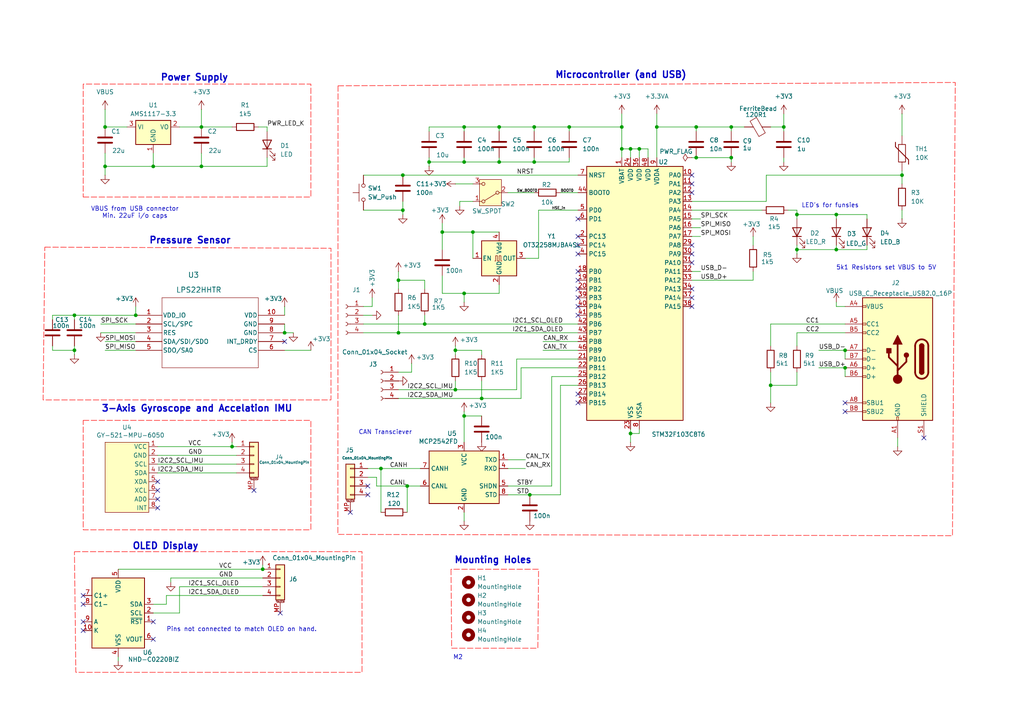
<source format=kicad_sch>
(kicad_sch (version 20250114) (generator "eeschema") (generator_version "9.0")
  (paper "A4")
  (title_block (title "EcoCar Onboarding PCB") (date "2025-09-13") (rev "0.2") (company "EcoCar"))
  (text "Pressure Sensor\n" (at 55.118 69.85 0) (effects (font (size 1.905 1.905) (thickness 0.381) (bold yes))))
  (text "OLED Display\n" (at 48.006 158.496 0) (effects (font (size 1.905 1.905) (thickness 0.381) (bold yes))))
  (text "Mounting Holes" (at 143.002 162.56 0) (effects (font (size 1.905 1.905) (thickness 0.381) (bold yes))))
  (text "Pins not connected to match OLED on hand.\n" (at 70.104 182.626 0) (effects (font (size 1.27 1.27) (thickness 0.1588))))
  (text "Microcontroller (and USB)\n" (at 180.086 21.844 0) (effects (font (size 1.905 1.905) (thickness 0.381) (bold yes))))
  (text "LED's for funsies\n" (at 240.792 59.69 0) (effects (font (size 1.27 1.27))))
  (text "Power Supply\n" (at 56.388 22.606 0) (effects (font (size 1.905 1.905) (thickness 0.381) (bold yes))))
  (text "VBUS from USB connector\nMin. 22uF i/o caps\n" (at 39.116 61.722 0) (effects (font (size 1.27 1.27))))
  (text "M2\n" (at 132.842 190.754 0) (effects (font (size 1.27 1.27) (thickness 0.1588))))
  (text "CAN Transciever" (at 111.76 125.476 0) (effects (font (size 1.27 1.27))))
  (text "3-Axis Gyroscope and Accelation IMU\n\n" (at 57.15 120.142 0) (effects (font (size 1.905 1.905) (thickness 0.381) (bold yes))))
  (text "5k1 Resistors set VBUS to 5V\n" (at 257.048 77.724 0) (effects (font (size 1.27 1.27))))
  (junction (at 144.78 46.99))
  (junction (at 110.49 135.89))
  (junction (at 154.94 46.99))
  (junction (at 132.08 101.6))
  (junction (at 212.09 45.72))
  (junction (at 30.48 36.83))
  (junction (at 21.59 91.44))
  (junction (at 134.62 36.83))
  (junction (at 245.11 106.68))
  (junction (at 242.57 72.39))
  (junction (at 231.14 62.23))
  (junction (at 58.42 48.26))
  (junction (at 30.48 48.26))
  (junction (at 134.62 85.09))
  (junction (at 201.93 45.72))
  (junction (at 115.57 81.28))
  (junction (at 182.88 125.73))
  (junction (at 182.88 43.18))
  (junction (at 134.62 120.65))
  (junction (at 58.42 36.83))
  (junction (at 39.37 91.44))
  (junction (at 128.27 67.31))
  (junction (at 44.45 48.26))
  (junction (at 212.09 36.83))
  (junction (at 261.62 50.8))
  (junction (at 137.16 67.31))
  (junction (at 165.1 36.83))
  (junction (at 124.46 46.99))
  (junction (at 132.08 113.03))
  (junction (at 144.78 36.83))
  (junction (at 242.57 62.23))
  (junction (at 227.33 36.83))
  (junction (at 134.62 46.99))
  (junction (at 118.11 140.97))
  (junction (at 116.84 60.96))
  (junction (at 223.52 111.76))
  (junction (at 201.93 36.83))
  (junction (at 153.67 143.51))
  (junction (at 139.7 115.57))
  (junction (at 154.94 36.83))
  (junction (at 180.34 43.18))
  (junction (at 116.84 50.8))
  (junction (at 82.55 96.52))
  (junction (at 245.11 101.6))
  (junction (at 231.14 72.39))
  (junction (at 190.5 36.83))
  (junction (at 185.42 43.18))
  (junction (at 123.19 93.98))
  (junction (at 76.2 165.1))
  (junction (at 21.59 101.6))
  (junction (at 180.34 36.83))
  (junction (at 67.31 129.54))
  (junction (at 115.57 96.52))
  (no_connect (at 44.45 185.42))
  (no_connect (at 200.66 73.66))
  (no_connect (at 167.64 116.84))
  (no_connect (at 106.68 140.97))
  (no_connect (at 167.64 86.36))
  (no_connect (at 167.64 81.28))
  (no_connect (at 101.6 148.59))
  (no_connect (at 24.13 180.34))
  (no_connect (at 167.64 83.82))
  (no_connect (at 200.66 88.9))
  (no_connect (at 200.66 83.82))
  (no_connect (at 45.72 142.24))
  (no_connect (at 81.28 177.8))
  (no_connect (at 167.64 71.12))
  (no_connect (at 200.66 55.88))
  (no_connect (at 167.64 78.74))
  (no_connect (at 167.64 91.44))
  (no_connect (at 200.66 76.2))
  (no_connect (at 82.55 99.06))
  (no_connect (at 200.66 53.34))
  (no_connect (at 200.66 71.12))
  (no_connect (at 245.11 116.84))
  (no_connect (at 200.66 86.36))
  (no_connect (at 106.68 143.51))
  (no_connect (at 167.64 63.5))
  (no_connect (at 167.64 68.58))
  (no_connect (at 73.66 142.24))
  (no_connect (at 45.72 144.78))
  (no_connect (at 167.64 114.3))
  (no_connect (at 45.72 139.7))
  (no_connect (at 200.66 50.8))
  (no_connect (at 167.64 88.9))
  (no_connect (at 24.13 172.72))
  (no_connect (at 45.72 147.32))
  (no_connect (at 24.13 182.88))
  (no_connect (at 245.11 119.38))
  (no_connect (at 44.45 180.34))
  (no_connect (at 167.64 73.66))
  (no_connect (at 267.97 127))
  (no_connect (at 24.13 175.26))
  (wire (pts (xy 52.07 170.18) (xy 52.07 177.8)))
  (wire (pts (xy 116.84 58.42) (xy 116.84 60.96)))
  (wire (pts (xy 242.57 62.23) (xy 242.57 63.5)))
  (wire (pts (xy 144.78 46.99) (xy 154.94 46.99)))
  (wire (pts (xy 200.66 78.74) (xy 203.2 78.74)))
  (wire (pts (xy 200.66 45.72) (xy 201.93 45.72)))
  (wire (pts (xy 251.46 72.39) (xy 242.57 72.39)))
  (wire (pts (xy 58.42 36.83) (xy 67.31 36.83)))
  (wire (pts (xy 261.62 50.8) (xy 222.25 50.8)))
  (wire (pts (xy 128.27 67.31) (xy 137.16 67.31)))
  (wire (pts (xy 245.11 101.6) (xy 245.11 104.14)))
  (wire (pts (xy 139.7 110.49) (xy 139.7 115.57)))
  (wire (pts (xy 157.48 99.06) (xy 167.64 99.06)))
  (wire (pts (xy 147.32 133.35) (xy 152.4 133.35)))
  (wire (pts (xy 180.34 43.18) (xy 180.34 45.72)))
  (wire (pts (xy 115.57 107.95) (xy 119.38 107.95)))
  (wire (pts (xy 124.46 46.99) (xy 124.46 48.26)))
  (wire (pts (xy 82.55 88.9) (xy 82.55 91.44)))
  (wire (pts (xy 115.57 113.03) (xy 132.08 113.03)))
  (wire (pts (xy 30.48 101.6) (xy 39.37 101.6)))
  (wire (pts (xy 180.34 33.02) (xy 180.34 36.83)))
  (wire (pts (xy 182.88 43.18) (xy 185.42 43.18)))
  (wire (pts (xy 227.33 45.72) (xy 227.33 46.99)))
  (wire (pts (xy 147.32 55.88) (xy 154.94 55.88)))
  (wire (pts (xy 52.07 177.8) (xy 44.45 177.8)))
  (wire (pts (xy 144.78 36.83) (xy 134.62 36.83)))
  (wire (pts (xy 132.08 100.33) (xy 132.08 101.6)))
  (wire (pts (xy 151.13 106.68) (xy 167.64 106.68)))
  (wire (pts (xy 242.57 71.12) (xy 242.57 72.39)))
  (wire (pts (xy 182.88 125.73) (xy 185.42 125.73)))
  (wire (pts (xy 52.07 36.83) (xy 58.42 36.83)))
  (wire (pts (xy 123.19 93.98) (xy 167.64 93.98)))
  (wire (pts (xy 200.66 66.04) (xy 203.2 66.04)))
  (wire (pts (xy 39.37 88.9) (xy 39.37 91.44)))
  (wire (pts (xy 109.22 140.97) (xy 118.11 140.97)))
  (wire (pts (xy 15.24 101.6) (xy 15.24 100.33)))
  (wire (pts (xy 151.13 106.68) (xy 151.13 115.57)))
  (wire (pts (xy 144.78 46.99) (xy 134.62 46.99)))
  (wire (pts (xy 109.22 138.43) (xy 106.68 138.43)))
  (wire (pts (xy 105.41 88.9) (xy 107.95 88.9)))
  (wire (pts (xy 82.55 96.52) (xy 85.09 96.52)))
  (wire (pts (xy 30.48 48.26) (xy 30.48 50.8)))
  (wire (pts (xy 167.64 109.22) (xy 160.02 109.22)))
  (wire (pts (xy 156.21 60.96) (xy 167.64 60.96)))
  (wire (pts (xy 29.21 96.52) (xy 39.37 96.52)))
  (wire (pts (xy 156.21 60.96) (xy 156.21 74.93)))
  (wire (pts (xy 231.14 96.52) (xy 245.11 96.52)))
  (wire (pts (xy 223.52 93.98) (xy 223.52 100.33)))
  (wire (pts (xy 139.7 101.6) (xy 139.7 102.87)))
  (wire (pts (xy 132.08 113.03) (xy 149.86 113.03)))
  (wire (pts (xy 261.62 50.8) (xy 261.62 53.34)))
  (wire (pts (xy 109.22 140.97) (xy 109.22 138.43)))
  (wire (pts (xy 128.27 72.39) (xy 128.27 67.31)))
  (wire (pts (xy 223.52 111.76) (xy 231.14 111.76)))
  (wire (pts (xy 153.67 143.51) (xy 162.56 143.51)))
  (wire (pts (xy 182.88 125.73) (xy 182.88 124.46)))
  (wire (pts (xy 45.72 134.62) (xy 68.58 134.62)))
  (wire (pts (xy 154.94 36.83) (xy 154.94 38.1)))
  (wire (pts (xy 242.57 87.63) (xy 242.57 88.9)))
  (wire (pts (xy 165.1 36.83) (xy 165.1 38.1)))
  (wire (pts (xy 180.34 43.18) (xy 182.88 43.18)))
  (wire (pts (xy 134.62 46.99) (xy 124.46 46.99)))
  (wire (pts (xy 134.62 45.72) (xy 134.62 46.99)))
  (wire (pts (xy 15.24 101.6) (xy 21.59 101.6)))
  (wire (pts (xy 223.52 107.95) (xy 223.52 111.76)))
  (wire (pts (xy 116.84 62.23) (xy 116.84 60.96)))
  (wire (pts (xy 237.49 106.68) (xy 245.11 106.68)))
  (wire (pts (xy 147.32 143.51) (xy 153.67 143.51)))
  (wire (pts (xy 152.4 74.93) (xy 156.21 74.93)))
  (wire (pts (xy 231.14 73.66) (xy 231.14 72.39)))
  (wire (pts (xy 105.41 91.44) (xy 107.95 91.44)))
  (wire (pts (xy 167.64 101.6) (xy 157.48 101.6)))
  (wire (pts (xy 116.84 50.8) (xy 167.64 50.8)))
  (wire (pts (xy 231.14 62.23) (xy 242.57 62.23)))
  (wire (pts (xy 77.47 45.72) (xy 77.47 48.26)))
  (wire (pts (xy 128.27 64.77) (xy 128.27 67.31)))
  (wire (pts (xy 200.66 63.5) (xy 203.2 63.5)))
  (wire (pts (xy 15.24 91.44) (xy 15.24 92.71)))
  (wire (pts (xy 15.24 91.44) (xy 21.59 91.44)))
  (wire (pts (xy 49.53 167.64) (xy 76.2 167.64)))
  (wire (pts (xy 185.42 125.73) (xy 185.42 124.46)))
  (wire (pts (xy 124.46 36.83) (xy 124.46 38.1)))
  (wire (pts (xy 45.72 137.16) (xy 68.58 137.16)))
  (wire (pts (xy 74.93 36.83) (xy 77.47 36.83)))
  (wire (pts (xy 182.88 43.18) (xy 182.88 45.72)))
  (wire (pts (xy 44.45 48.26) (xy 58.42 48.26)))
  (wire (pts (xy 133.35 58.42) (xy 137.16 58.42)))
  (wire (pts (xy 132.08 101.6) (xy 132.08 102.87)))
  (wire (pts (xy 134.62 120.65) (xy 139.7 120.65)))
  (wire (pts (xy 231.14 72.39) (xy 231.14 71.12)))
  (wire (pts (xy 106.68 135.89) (xy 110.49 135.89)))
  (wire (pts (xy 187.96 43.18) (xy 187.96 45.72)))
  (wire (pts (xy 48.26 172.72) (xy 48.26 175.26)))
  (wire (pts (xy 134.62 36.83) (xy 134.62 38.1)))
  (wire (pts (xy 134.62 120.65) (xy 134.62 119.38)))
  (wire (pts (xy 132.08 53.34) (xy 137.16 53.34)))
  (wire (pts (xy 227.33 33.02) (xy 227.33 36.83)))
  (wire (pts (xy 218.44 78.74) (xy 218.44 81.28)))
  (wire (pts (xy 227.33 36.83) (xy 223.52 36.83)))
  (wire (pts (xy 223.52 111.76) (xy 223.52 116.84)))
  (wire (pts (xy 160.02 109.22) (xy 160.02 140.97)))
  (wire (pts (xy 45.72 132.08) (xy 68.58 132.08)))
  (wire (pts (xy 231.14 62.23) (xy 231.14 63.5)))
  (wire (pts (xy 190.5 36.83) (xy 190.5 45.72)))
  (wire (pts (xy 200.66 81.28) (xy 218.44 81.28)))
  (wire (pts (xy 231.14 100.33) (xy 231.14 96.52)))
  (wire (pts (xy 132.08 101.6) (xy 139.7 101.6)))
  (wire (pts (xy 167.64 111.76) (xy 162.56 111.76)))
  (wire (pts (xy 137.16 67.31) (xy 137.16 74.93)))
  (wire (pts (xy 105.41 93.98) (xy 123.19 93.98)))
  (wire (pts (xy 76.2 163.83) (xy 76.2 165.1)))
  (wire (pts (xy 58.42 44.45) (xy 58.42 48.26)))
  (wire (pts (xy 223.52 93.98) (xy 245.11 93.98)))
  (wire (pts (xy 132.08 110.49) (xy 132.08 113.03)))
  (wire (pts (xy 144.78 82.55) (xy 144.78 85.09)))
  (wire (pts (xy 44.45 44.45) (xy 44.45 48.26)))
  (wire (pts (xy 119.38 105.41) (xy 119.38 107.95)))
  (wire (pts (xy 201.93 36.83) (xy 201.93 38.1)))
  (wire (pts (xy 212.09 36.83) (xy 215.9 36.83)))
  (wire (pts (xy 149.86 104.14) (xy 167.64 104.14)))
  (wire (pts (xy 21.59 101.6) (xy 21.59 100.33)))
  (wire (pts (xy 128.27 85.09) (xy 134.62 85.09)))
  (wire (pts (xy 115.57 115.57) (xy 139.7 115.57)))
  (wire (pts (xy 105.41 60.96) (xy 116.84 60.96)))
  (wire (pts (xy 261.62 33.02) (xy 261.62 39.37)))
  (wire (pts (xy 228.6 60.96) (xy 231.14 60.96)))
  (wire (pts (xy 190.5 36.83) (xy 201.93 36.83)))
  (wire (pts (xy 165.1 36.83) (xy 154.94 36.83)))
  (wire (pts (xy 251.46 62.23) (xy 251.46 63.5)))
  (wire (pts (xy 261.62 49.53) (xy 261.62 50.8)))
  (wire (pts (xy 21.59 102.87) (xy 21.59 101.6)))
  (wire (pts (xy 105.41 50.8) (xy 116.84 50.8)))
  (wire (pts (xy 34.29 165.1) (xy 76.2 165.1)))
  (wire (pts (xy 34.29 190.5) (xy 34.29 191.77)))
  (wire (pts (xy 137.16 67.31) (xy 144.78 67.31)))
  (wire (pts (xy 251.46 71.12) (xy 251.46 72.39)))
  (wire (pts (xy 110.49 135.89) (xy 121.92 135.89)))
  (wire (pts (xy 115.57 83.82) (xy 115.57 81.28)))
  (wire (pts (xy 185.42 43.18) (xy 185.42 45.72)))
  (wire (pts (xy 144.78 36.83) (xy 154.94 36.83)))
  (wire (pts (xy 231.14 60.96) (xy 231.14 62.23)))
  (wire (pts (xy 105.41 96.52) (xy 115.57 96.52)))
  (wire (pts (xy 190.5 33.02) (xy 190.5 36.83)))
  (wire (pts (xy 58.42 31.75) (xy 58.42 36.83)))
  (wire (pts (xy 123.19 81.28) (xy 115.57 81.28)))
  (wire (pts (xy 21.59 91.44) (xy 39.37 91.44)))
  (wire (pts (xy 260.35 127) (xy 260.35 129.54)))
  (wire (pts (xy 162.56 55.88) (xy 167.64 55.88)))
  (wire (pts (xy 222.25 58.42) (xy 200.66 58.42)))
  (wire (pts (xy 82.55 101.6) (xy 90.17 101.6)))
  (wire (pts (xy 118.11 140.97) (xy 121.92 140.97)))
  (wire (pts (xy 231.14 107.95) (xy 231.14 111.76)))
  (wire (pts (xy 107.95 86.36) (xy 107.95 88.9)))
  (wire (pts (xy 115.57 91.44) (xy 115.57 96.52)))
  (wire (pts (xy 144.78 45.72) (xy 144.78 46.99)))
  (wire (pts (xy 110.49 135.89) (xy 110.49 148.59)))
  (wire (pts (xy 165.1 46.99) (xy 154.94 46.99)))
  (wire (pts (xy 201.93 36.83) (xy 212.09 36.83)))
  (wire (pts (xy 144.78 36.83) (xy 144.78 38.1)))
  (wire (pts (xy 115.57 78.74) (xy 115.57 81.28)))
  (wire (pts (xy 212.09 45.72) (xy 212.09 46.99)))
  (wire (pts (xy 134.62 151.13) (xy 134.62 148.59)))
  (wire (pts (xy 115.57 96.52) (xy 167.64 96.52)))
  (wire (pts (xy 30.48 36.83) (xy 36.83 36.83)))
  (wire (pts (xy 49.53 167.64) (xy 49.53 168.91)))
  (wire (pts (xy 134.62 120.65) (xy 134.62 128.27)))
  (wire (pts (xy 261.62 60.96) (xy 261.62 63.5)))
  (wire (pts (xy 134.62 85.09) (xy 144.78 85.09)))
  (wire (pts (xy 227.33 36.83) (xy 227.33 38.1)))
  (wire (pts (xy 67.31 128.27) (xy 67.31 129.54)))
  (wire (pts (xy 68.58 129.54) (xy 67.31 129.54)))
  (wire (pts (xy 30.48 48.26) (xy 44.45 48.26)))
  (wire (pts (xy 185.42 43.18) (xy 187.96 43.18)))
  (wire (pts (xy 118.11 140.97) (xy 118.11 148.59)))
  (wire (pts (xy 180.34 36.83) (xy 180.34 43.18)))
  (wire (pts (xy 182.88 125.73) (xy 182.88 128.27)))
  (wire (pts (xy 180.34 36.83) (xy 165.1 36.83)))
  (wire (pts (xy 30.48 44.45) (xy 30.48 48.26)))
  (wire (pts (xy 154.94 45.72) (xy 154.94 46.99)))
  (wire (pts (xy 123.19 91.44) (xy 123.19 93.98)))
  (wire (pts (xy 162.56 111.76) (xy 162.56 143.51)))
  (wire (pts (xy 67.31 129.54) (xy 45.72 129.54)))
  (wire (pts (xy 242.57 72.39) (xy 231.14 72.39)))
  (wire (pts (xy 222.25 50.8) (xy 222.25 58.42)))
  (wire (pts (xy 200.66 60.96) (xy 220.98 60.96)))
  (wire (pts (xy 147.32 135.89) (xy 152.4 135.89)))
  (wire (pts (xy 77.47 36.83) (xy 77.47 38.1)))
  (wire (pts (xy 128.27 80.01) (xy 128.27 85.09)))
  (wire (pts (xy 237.49 101.6) (xy 245.11 101.6)))
  (wire (pts (xy 165.1 45.72) (xy 165.1 46.99)))
  (wire (pts (xy 82.55 93.98) (xy 82.55 96.52)))
  (wire (pts (xy 29.21 93.98) (xy 39.37 93.98)))
  (wire (pts (xy 200.66 68.58) (xy 203.2 68.58)))
  (wire (pts (xy 245.11 106.68) (xy 245.11 109.22)))
  (wire (pts (xy 134.62 36.83) (xy 124.46 36.83)))
  (wire (pts (xy 134.62 85.09) (xy 134.62 87.63)))
  (wire (pts (xy 133.35 59.69) (xy 133.35 58.42)))
  (wire (pts (xy 30.48 31.75) (xy 30.48 36.83)))
  (wire (pts (xy 123.19 83.82) (xy 123.19 81.28)))
  (wire (pts (xy 139.7 115.57) (xy 151.13 115.57)))
  (wire (pts (xy 48.26 172.72) (xy 76.2 172.72)))
  (wire (pts (xy 77.47 48.26) (xy 58.42 48.26)))
  (wire (pts (xy 212.09 36.83) (xy 212.09 38.1)))
  (wire (pts (xy 21.59 91.44) (xy 21.59 92.71)))
  (wire (pts (xy 218.44 68.58) (xy 218.44 71.12)))
  (wire (pts (xy 201.93 45.72) (xy 212.09 45.72)))
  (wire (pts (xy 52.07 170.18) (xy 76.2 170.18)))
  (wire (pts (xy 242.57 62.23) (xy 251.46 62.23)))
  (wire (pts (xy 30.48 99.06) (xy 39.37 99.06)))
  (wire (pts (xy 242.57 88.9) (xy 245.11 88.9)))
  (wire (pts (xy 147.32 140.97) (xy 160.02 140.97)))
  (wire (pts (xy 149.86 113.03) (xy 149.86 104.14)))
  (wire (pts (xy 48.26 175.26) (xy 44.45 175.26)))
  (wire (pts (xy 124.46 45.72) (xy 124.46 46.99)))
  (label "SPI_SCK" (at 29.21 93.98 0))
  (label "CANH" (at 113.03 135.89 0))
  (label "GND" (at 54.61 132.08 0))
  (label "SPI_MOSI" (at 203.2 68.58 0))
  (label "CC1" (at 233.68 93.98 0))
  (label "I2C2_SCL_IMU" (at 45.72 134.62 0))
  (label "CAN_RX" (at 152.4 135.89 0))
  (label "CC2" (at 233.68 96.52 0))
  (label "USB_D+" (at 203.2 81.28 0))
  (label "USB_D-" (at 237.49 101.6 0))
  (label "CAN_RX" (at 157.48 99.06 0))
  (label "PWR_LED_K" (at 77.47 36.83 0))
  (label "SPI_MISO" (at 30.48 101.6 0))
  (label "GND" (at 63.5 167.64 0))
  (label "I2C1_SDA_OLED" (at 148.59 96.52 0))
  (label "SPI_MISO" (at 203.2 66.04 0))
  (label "CAN_TX" (at 157.48 101.6 0))
  (label "I2C1_SDA_OLED" (at 54.61 172.72 0))
  (label "I2C2_SCL_IMU" (at 118.11 113.03 0))
  (label "USB_D-" (at 203.2 78.74 0))
  (label "CAN_TX" (at 152.4 133.35 0))
  (label "HSE_in" (at 160.02 60.96 0) (effects (font (size 0.762 0.762))))
  (label "I2C2_SDA_IMU" (at 45.72 137.16 0))
  (label "STD" (at 149.86 143.51 0))
  (label "SPI_MOSI" (at 30.48 99.06 0))
  (label "USB_D+" (at 237.49 106.68 0))
  (label "CANL" (at 113.03 140.97 0))
  (label "BOOT0" (at 162.56 55.88 0) (effects (font (size 0.762 0.762))))
  (label "SW_BOOT0" (at 149.86 55.88 0) (effects (font (size 0.762 0.762))))
  (label "I2C1_SCL_OLED" (at 148.59 93.98 0))
  (label "I2C1_SCL_OLED" (at 54.61 170.18 0))
  (label "VCC" (at 63.5 165.1 0))
  (label "VCC" (at 54.61 129.54 0))
  (label "NRST" (at 149.86 50.8 0))
  (label "SPI_SCK" (at 203.2 63.5 0))
  (label "STBY" (at 149.86 140.97 0))
  (label "I2C2_SDA_IMU" (at 118.11 115.57 0))
  (rule_area (polyline (pts (xy 24.13 57.15) (xy 90.17 57.15) (xy 90.17 24.384) (xy 24.13 24.384)) (stroke (width 0) (type dash))))
  (rule_area (polyline (pts (xy 13 71.68) (xy 96 72) (xy 96 116) (xy 12.5 116)) (stroke (width 0) (type dash))))
  (rule_area (polyline (pts (xy 98.0422 24.8934) (xy 277.064 23.914) (xy 276.2569 155.3832) (xy 98 155)) (stroke (width 0) (type dash))))
  (rule_area (polyline (pts (xy 24.13 121.92) (xy 90.17 121.92) (xy 90.17 153.67) (xy 24.13 153.67)) (stroke (width 0) (type dash))))
  (rule_area (polyline (pts (xy 21.59 160.02) (xy 105 160) (xy 105 195) (xy 22 195)) (stroke (width 0) (type dash))))
  (rule_area (polyline (pts (xy 130.81 165.1) (xy 131 188) (xy 156 188) (xy 156.21 165.1)) (stroke (width 0) (type dash))))
  (symbol (lib_id "Device:C") (at 165.1 41.91 0) (unit 1)
    (property "Reference" "C7" (at 168.91 40.6399 0) (effects (justify left)))
    (property "Value" "100n" (at 168.91 43.1799 0) (effects (justify left)))
    (property "Footprint" "Capacitor_SMD:C_0805_2012Metric_Pad1.18x1.45mm_HandSolder" (effects (hide yes)))
    (property "Description" "Unpolarized capacitor" (effects (hide yes)))
  )
  (symbol (lib_id "power:GND") (at 21.59 102.87 0) (unit 1)
    (property "Reference" "#PWR029" (effects (hide yes)))
    (property "Value" "GND" (effects (hide yes)))
    (property "Description" "Power symbol creates a global label with name \"GND\" , ground" (effects (hide yes)))
  )
  (symbol (lib_id "Device:Thermistor") (at 261.62 44.45 0) (unit 1)
    (property "Reference" "TH1" (at 265.43 43.1799 0) (effects (justify left)))
    (property "Value" "10K" (at 265.43 45.7199 0) (effects (justify left)))
    (property "Footprint" "LED_THT:LED_D4.0mm" (effects (hide yes)))
    (property "Description" "Temperature dependent resistor" (effects (hide yes)))
  )
  (symbol (lib_id "MCU_ST_STM32F1:STM32F103C8Tx") (at 182.88 86.36 0) (unit 1)
    (property "Reference" "U2" (at 191.008 46.99 0) (effects (justify left)))
    (property "Value" "STM32F103C8T6" (at 188.976 125.984 0) (effects (justify left)))
    (property "Footprint" "Package_QFP:LQFP-48_7x7mm_P0.5mm" (effects (hide yes)))
    (property "Datasheet" "https://www.st.com/resource/en/datasheet/stm32f103c8.pdf" (effects (hide yes)))
    (property "Description" "STMicroelectronics Arm Cortex-M3 MCU, 64KB flash, 20KB RAM, 72 MHz, 2.0-3.6V, 37 GPIO, LQFP48" (effects (hide yes)))
  )
  (symbol (lib_id "Device:LED") (at 251.46 67.31 90) (unit 1)
    (property "Reference" "D4" (at 255.27 67.6274 90) (effects (justify right)))
    (property "Value" "LED_B" (at 255.27 70.1674 90) (effects (justify right)))
    (property "Footprint" "LED_SMD:LED_0603_1608Metric_Pad1.05x0.95mm_HandSolder" (effects (hide yes)))
    (property "Description" "Light emitting diode" (effects (hide yes)))
    (property "Sim.Pins" "1=K 2=A" (effects (hide yes)))
  )
  (symbol (lib_id "power:GND") (at 260.35 129.54 0) (unit 1)
    (property "Reference" "#PWR036" (effects (hide yes)))
    (property "Value" "GND" (effects (hide yes)))
    (property "Description" "Power symbol creates a global label with name \"GND\" , ground" (effects (hide yes)))
  )
  (symbol (lib_id "power:GND") (at 134.62 87.63 0) (unit 1)
    (property "Reference" "#PWR020" (effects (hide yes)))
    (property "Value" "GND" (effects (hide yes)))
    (property "Description" "Power symbol creates a global label with name \"GND\" , ground" (effects (hide yes)))
  )
  (symbol (lib_id "Connector:USB_C_Receptacle_USB2.0_16P") (at 260.35 104.14 0) (mirror y) (unit 1)
    (property "Reference" "J2" (at 258.572 82.042 0) (effects (justify right)))
    (property "Value" "USB_C_Receptacle_USB2.0_16P" (at 246.126 85.09 0) (effects (justify right)))
    (property "Footprint" "Connector_USB:USB_C_Receptacle_Palconn_UTC16-G" (effects (hide yes)))
    (property "Datasheet" "https://www.usb.org/sites/default/files/documents/usb_type-c.zip" (effects (hide yes)))
    (property "Description" "USB 2.0-only 16P Type-C Receptacle connector" (effects (hide yes)))
  )
  (symbol (lib_id "Device:C") (at 212.09 41.91 0) (unit 1)
    (property "Reference" "C9" (at 215.392 40.894 0) (effects (justify left)))
    (property "Value" "1u" (at 215.392 42.926 0) (effects (justify left)))
    (property "Footprint" "Capacitor_SMD:C_0805_2012Metric_Pad1.18x1.45mm_HandSolder" (effects (hide yes)))
    (property "Description" "Unpolarized capacitor" (effects (hide yes)))
  )
  (symbol (lib_id "power:GND") (at 85.09 96.52 0) (unit 1)
    (property "Reference" "#PWR026" (effects (hide yes)))
    (property "Value" "GND" (effects (hide yes)))
    (property "Description" "Power symbol creates a global label with name \"GND\" , ground" (effects (hide yes)))
  )
  (symbol (lib_id "Connector_Generic_MountingPin:Conn_01x04_MountingPin") (at 73.66 132.08 0) (unit 1)
    (property "Reference" "J4" (at 79.756 132.588 0) (effects (justify left)))
    (property "Value" "Conn_01x04_MountingPin" (at 75.184 134.112 0) (effects (font (size 0.762 0.762)) (justify left)))
    (property "Description" "Generic connectable mounting pin connector, single row, 01x04, script generated (kicad-library-utils/schlib/autogen/connector/)" (effects (hide yes)))
  )
  (symbol (lib_id "Mechanical:MountingHole") (at 135.89 168.91 0) (unit 1) (in_bom no)
    (property "Reference" "H1" (at 138.43 167.6399 0) (effects (justify left)))
    (property "Value" "MountingHole" (at 138.43 170.1799 0) (effects (justify left)))
    (property "Footprint" "MountingHole:MountingHole_2.2mm_M2" (effects (hide yes)))
    (property "Description" "Mounting Hole without connection" (effects (hide yes)))
  )
  (symbol (lib_id "Device:R") (at 158.75 55.88 90) (unit 1)
    (property "Reference" "R2" (at 158.496 53.594 90))
    (property "Value" "10k" (at 158.75 58.674 90))
    (property "Footprint" "Resistor_SMD:R_0805_2012Metric_Pad1.20x1.40mm_HandSolder" (effects (hide yes)))
    (property "Description" "Resistor" (effects (hide yes)))
  )
  (symbol (lib_id "power:GND") (at 107.95 91.44 90) (unit 1)
    (property "Reference" "#PWR024" (effects (hide yes)))
    (property "Value" "GND" (effects (hide yes)))
    (property "Description" "Power symbol creates a global label with name \"GND\" , ground" (effects (hide yes)))
  )
  (symbol (lib_id "Device:R") (at 115.57 87.63 0) (unit 1)
    (property "Reference" "R6" (at 118.11 86.3599 0) (effects (justify left)))
    (property "Value" "1K5" (at 118.11 88.8999 0) (effects (justify left)))
    (property "Footprint" "Resistor_SMD:R_0805_2012Metric_Pad1.20x1.40mm_HandSolder" (effects (hide yes)))
    (property "Description" "Resistor" (effects (hide yes)))
  )
  (symbol (lib_id "power:GND") (at 139.7 128.27 0) (unit 1)
    (property "Reference" "#PWR042" (effects (hide yes)))
    (property "Value" "GND" (effects (hide yes)))
    (property "Description" "Power symbol creates a global label with name \"GND\" , ground" (effects (hide yes)))
  )
  (symbol (lib_id "power:+3V3") (at 218.44 68.58 0) (unit 1)
    (property "Reference" "#PWR016" (effects (hide yes)))
    (property "Value" "+3V3" (at 217.932 65.024 0))
    (property "Description" "Power symbol creates a global label with name \"+3V3\"" (effects (hide yes)))
  )
  (symbol (lib_id "power:+3V3") (at 134.62 119.38 0) (unit 1)
    (property "Reference" "#PWR033" (effects (hide yes)))
    (property "Value" "+3V3" (at 135.89 117.602 0) (effects (justify left)))
    (property "Description" "Power symbol creates a global label with name \"+3V3\"" (effects (hide yes)))
  )
  (symbol (lib_id "Switch:SW_SPDT") (at 142.24 55.88 180) (unit 1)
    (property "Reference" "SW2" (at 147.32 59.182 0))
    (property "Value" "SW_SPDT" (at 141.224 61.214 0))
    (property "Footprint" "Button_Switch_SMD:SW_SPDT_CK_JS102011SAQN" (effects (hide yes)))
    (property "Description" "Switch, single pole double throw" (effects (hide yes)))
  )
  (symbol (lib_id "Device:C") (at 134.62 41.91 0) (unit 1)
    (property "Reference" "C4" (at 138.43 40.6399 0) (effects (justify left)))
    (property "Value" "100n" (at 138.43 43.1799 0) (effects (justify left)))
    (property "Footprint" "Capacitor_SMD:C_0805_2012Metric_Pad1.18x1.45mm_HandSolder" (effects (hide yes)))
    (property "Description" "Unpolarized capacitor" (effects (hide yes)))
  )
  (symbol (lib_id "power:PWR_FLAG") (at 200.66 45.72 90) (unit 1)
    (property "Reference" "#FLG01" (effects (hide yes)))
    (property "Value" "PWR_FLAG" (at 200.914 43.942 90) (effects (justify left)))
    (property "Description" "Special symbol for telling ERC where power comes from" (effects (hide yes)))
  )
  (symbol (lib_id "power:GND") (at 261.62 63.5 0) (unit 1)
    (property "Reference" "#PWR014" (effects (hide yes)))
    (property "Value" "GND" (effects (hide yes)))
    (property "Description" "Power symbol creates a global label with name \"GND\" , ground" (effects (hide yes)))
  )
  (symbol (lib_id "power:GND") (at 182.88 128.27 0) (unit 1)
    (property "Reference" "#PWR035" (effects (hide yes)))
    (property "Value" "GND" (effects (hide yes)))
    (property "Description" "Power symbol creates a global label with name \"GND\" , ground" (effects (hide yes)))
  )
  (symbol (lib_id "Device:R") (at 139.7 106.68 0) (unit 1)
    (property "Reference" "R11" (at 142.24 105.4099 0) (effects (justify left)))
    (property "Value" "1K5" (at 142.24 107.9499 0) (effects (justify left)))
    (property "Footprint" "Resistor_SMD:R_0805_2012Metric_Pad1.20x1.40mm_HandSolder" (effects (hide yes)))
    (property "Description" "Resistor" (effects (hide yes)))
  )
  (symbol (lib_id "power:GND") (at 231.14 73.66 0) (unit 1)
    (property "Reference" "#PWR017" (effects (hide yes)))
    (property "Value" "GND" (effects (hide yes)))
    (property "Description" "Power symbol creates a global label with name \"GND\" , ground" (effects (hide yes)))
  )
  (symbol (lib_id "power:VBUS") (at 30.48 31.75 0) (unit 1)
    (property "Reference" "#PWR01" (effects (hide yes)))
    (property "Value" "VBUS" (at 30.48 26.67 0))
    (property "Description" "Power symbol creates a global label with name \"VBUS\"" (effects (hide yes)))
  )
  (symbol (lib_id "power:GND") (at 115.57 110.49 90) (unit 1)
    (property "Reference" "#PWR031" (effects (hide yes)))
    (property "Value" "GND" (effects (hide yes)))
    (property "Description" "Power symbol creates a global label with name \"GND\" , ground" (effects (hide yes)))
  )
  (symbol (lib_id "power:+3V3") (at 67.31 128.27 0) (unit 1)
    (property "Reference" "#PWR034" (effects (hide yes)))
    (property "Value" "+3V3" (at 64.008 125.984 0))
    (property "Description" "Power symbol creates a global label with name \"+3V3\"" (effects (hide yes)))
  )
  (symbol (lib_id "Mechanical:MountingHole") (at 135.89 173.99 0) (unit 1) (in_bom no)
    (property "Reference" "H2" (at 138.43 172.7199 0) (effects (justify left)))
    (property "Value" "MountingHole" (at 138.43 175.2599 0) (effects (justify left)))
    (property "Footprint" "MountingHole:MountingHole_2.2mm_M2" (effects (hide yes)))
    (property "Description" "Mounting Hole without connection" (effects (hide yes)))
  )
  (symbol (lib_id "power:GND") (at 212.09 46.99 0) (unit 1)
    (property "Reference" "#PWR07" (effects (hide yes)))
    (property "Value" "GND" (effects (hide yes)))
    (property "Description" "Power symbol creates a global label with name \"GND\" , ground" (effects (hide yes)))
  )
  (symbol (lib_id "power:GND") (at 34.29 191.77 0) (unit 1)
    (property "Reference" "#PWR041" (effects (hide yes)))
    (property "Value" "GND" (effects (hide yes)))
    (property "Description" "Power symbol creates a global label with name \"GND\" , ground" (effects (hide yes)))
  )
  (symbol (lib_id "Mechanical:MountingHole") (at 135.89 184.15 0) (unit 1) (in_bom no)
    (property "Reference" "H4" (at 138.43 182.8799 0) (effects (justify left)))
    (property "Value" "MountingHole" (at 138.43 185.4199 0) (effects (justify left)))
    (property "Footprint" "MountingHole:MountingHole_2.2mm_M2" (effects (hide yes)))
    (property "Description" "Mounting Hole without connection" (effects (hide yes)))
  )
  (symbol (lib_id "power:+3V3") (at 115.57 78.74 0) (unit 1)
    (property "Reference" "#PWR018" (effects (hide yes)))
    (property "Value" "+3V3" (at 116.84 76.962 0) (effects (justify left)))
    (property "Description" "Power symbol creates a global label with name \"+3V3\"" (effects (hide yes)))
  )
  (symbol (lib_id "Mechanical:MountingHole") (at 135.89 179.07 0) (unit 1) (in_bom no)
    (property "Reference" "H3" (at 138.43 177.7999 0) (effects (justify left)))
    (property "Value" "MountingHole" (at 138.43 180.3399 0) (effects (justify left)))
    (property "Footprint" "MountingHole:MountingHole_2.2mm_M2" (effects (hide yes)))
    (property "Description" "Mounting Hole without connection" (effects (hide yes)))
  )
  (symbol (lib_id "power:+3.3VA") (at 190.5 33.02 0) (unit 1)
    (property "Reference" "#PWR04" (effects (hide yes)))
    (property "Value" "+3.3VA" (at 190.5 27.94 0))
    (property "Description" "Power symbol creates a global label with name \"+3.3VA\"" (effects (hide yes)))
  )
  (symbol (lib_id "power:GND") (at 116.84 62.23 0) (unit 1)
    (property "Reference" "#PWR013" (effects (hide yes)))
    (property "Value" "GND" (effects (hide yes)))
    (property "Description" "Power symbol creates a global label with name \"GND\" , ground" (effects (hide yes)))
  )
  (symbol (lib_id "power:+3V3") (at 128.27 64.77 0) (unit 1)
    (property "Reference" "#PWR015" (effects (hide yes)))
    (property "Value" "+3V3" (at 124.968 60.96 0) (effects (justify left)))
    (property "Description" "Power symbol creates a global label with name \"+3V3\"" (effects (hide yes)))
  )
  (symbol (lib_id "Regulator_Linear:AMS1117-3.3") (at 44.45 36.83 0) (unit 1)
    (property "Reference" "U1" (at 44.45 30.48 0))
    (property "Value" "AMS1117-3.3" (at 44.45 33.02 0))
    (property "Footprint" "Package_TO_SOT_SMD:SOT-223-3_TabPin2" (effects (hide yes)))
    (property "Datasheet" "http://www.advanced-monolithic.com/pdf/ds1117.pdf" (effects (hide yes)))
    (property "Description" "1A Low Dropout regulator, positive, 3.3V fixed output, SOT-223" (effects (hide yes)))
  )
  (symbol (lib_id "power:GND") (at 133.35 59.69 0) (unit 1)
    (property "Reference" "#PWR012" (effects (hide yes)))
    (property "Value" "GND" (effects (hide yes)))
    (property "Description" "Power symbol creates a global label with name \"GND\" , ground" (effects (hide yes)))
  )
  (symbol (lib_id "Device:R") (at 218.44 74.93 0) (unit 1)
    (property "Reference" "R5" (at 221.234 73.914 0) (effects (justify left)))
    (property "Value" "1k5" (at 220.726 75.946 0) (effects (justify left)))
    (property "Footprint" "Resistor_SMD:R_0805_2012Metric_Pad1.20x1.40mm_HandSolder" (effects (hide yes)))
    (property "Description" "Resistor" (effects (hide yes)))
  )
  (symbol (lib_id "Device:LED") (at 242.57 67.31 90) (unit 1)
    (property "Reference" "D3" (at 245.618 67.818 90) (effects (justify right)))
    (property "Value" "LED_G" (at 245.364 70.612 90) (effects (justify right)))
    (property "Footprint" "LED_SMD:LED_0603_1608Metric_Pad1.05x0.95mm_HandSolder" (effects (hide yes)))
    (property "Description" "Light emitting diode" (effects (hide yes)))
    (property "Sim.Pins" "1=K 2=A" (effects (hide yes)))
  )
  (symbol (lib_id "Device:R") (at 224.79 60.96 270) (unit 1)
    (property "Reference" "R4" (at 224.536 63.5 90))
    (property "Value" "1k5" (at 224.536 65.786 90))
    (property "Footprint" "Resistor_SMD:R_0805_2012Metric_Pad1.20x1.40mm_HandSolder" (effects (hide yes)))
    (property "Description" "Resistor" (effects (hide yes)))
  )
  (symbol (lib_id "Device:FerriteBead") (at 219.71 36.83 270) (mirror x) (unit 1)
    (property "Reference" "120R1" (at 216.154 33.274 90) (effects (justify left)))
    (property "Value" "FerriteBead" (at 214.376 31.496 90) (effects (justify left)))
    (property "Footprint" "Ferrite_THT:LairdTech_28C0236-0JW-10" (effects (hide yes)))
    (property "Description" "Ferrite bead" (effects (hide yes)))
  )
  (symbol (lib_id "power:+3V3") (at 107.95 86.36 0) (unit 1)
    (property "Reference" "#PWR019" (effects (hide yes)))
    (property "Value" "+3V3" (at 107.95 83.312 90) (effects (justify left)))
    (property "Description" "Power symbol creates a global label with name \"+3V3\"" (effects (hide yes)))
  )
  (symbol (lib_id "Device:R") (at 132.08 106.68 0) (unit 1)
    (property "Reference" "R10" (at 134.62 105.4099 0) (effects (justify left)))
    (property "Value" "1K5" (at 134.62 107.9499 0) (effects (justify left)))
    (property "Footprint" "Resistor_SMD:R_0805_2012Metric_Pad1.20x1.40mm_HandSolder" (effects (hide yes)))
    (property "Description" "Resistor" (effects (hide yes)))
  )
  (symbol (lib_id "Device:C") (at 15.24 96.52 0) (unit 1)
    (property "Reference" "C13" (at 16.002 92.71 0) (effects (justify left)))
    (property "Value" "100n" (at 15.24 94.488 0) (effects (justify left)))
    (property "Footprint" "Capacitor_SMD:C_0805_2012Metric_Pad1.18x1.45mm_HandSolder" (effects (hide yes)))
    (property "Description" "Unpolarized capacitor" (effects (hide yes)))
  )
  (symbol (lib_id "power:GND") (at 153.67 151.13 0) (unit 1)
    (property "Reference" "#PWR038" (effects (hide yes)))
    (property "Value" "GND" (effects (hide yes)))
    (property "Description" "Power symbol creates a global label with name \"GND\" , ground" (effects (hide yes)))
  )
  (symbol (lib_id "Device:R") (at 123.19 87.63 0) (unit 1)
    (property "Reference" "R7" (at 125.73 87.376 0) (effects (justify left)))
    (property "Value" "1K5" (at 125.222 89.154 0) (effects (justify left)))
    (property "Footprint" "Resistor_SMD:R_0805_2012Metric_Pad1.20x1.40mm_HandSolder" (effects (hide yes)))
    (property "Description" "Resistor" (effects (hide yes)))
  )
  (symbol (lib_id "power:GND") (at 134.62 151.13 0) (unit 1)
    (property "Reference" "#PWR037" (effects (hide yes)))
    (property "Value" "GND" (effects (hide yes)))
    (property "Description" "Power symbol creates a global label with name \"GND\" , ground" (effects (hide yes)))
  )
  (symbol (lib_id "power:+3V3") (at 132.08 100.33 0) (unit 1)
    (property "Reference" "#PWR027" (effects (hide yes)))
    (property "Value" "+3V3" (at 133.35 98.552 0) (effects (justify left)))
    (property "Description" "Power symbol creates a global label with name \"+3V3\"" (effects (hide yes)))
  )
  (symbol (lib_id "Connector:Conn_01x04_Socket") (at 110.49 110.49 0) (mirror y) (unit 1)
    (property "Reference" "J3" (at 108.204 105.664 0))
    (property "Value" "Conn_01x04_Socket" (at 108.712 102.108 0))
    (property "Footprint" "Connector_Pin:Conn_01x04_pin" (effects (hide yes)))
    (property "Description" "Generic connector, single row, 01x04, script generated" (effects (hide yes)))
  )
  (symbol (lib_id "Device:C") (at 227.33 41.91 0) (unit 1)
    (property "Reference" "C10" (at 231.14 40.6399 0) (effects (justify left)))
    (property "Value" "1u" (at 231.14 43.1799 0) (effects (justify left)))
    (property "Footprint" "Capacitor_SMD:C_0805_2012Metric_Pad1.18x1.45mm_HandSolder" (effects (hide yes)))
    (property "Description" "Unpolarized capacitor" (effects (hide yes)))
  )
  (symbol (lib_id "power:GND") (at 124.46 48.26 0) (unit 1)
    (property "Reference" "#PWR09" (effects (hide yes)))
    (property "Value" "GND" (effects (hide yes)))
    (property "Description" "Power symbol creates a global label with name \"GND\" , ground" (effects (hide yes)))
  )
  (symbol (lib_id "Connector_Generic_MountingPin:Conn_01x04_MountingPin") (at 101.6 138.43 0) (mirror y) (unit 1)
    (property "Reference" "J5" (at 102.616 130.556 0) (effects (justify left)))
    (property "Value" "Conn_01x04_MountingPin" (at 113.792 132.842 0) (effects (font (size 0.762 0.762)) (justify left)))
    (property "Description" "Generic connectable mounting pin connector, single row, 01x04, script generated (kicad-library-utils/schlib/autogen/connector/)" (effects (hide yes)))
  )
  (symbol (lib_id "Device:LED") (at 231.14 67.31 90) (unit 1)
    (property "Reference" "D2" (at 234.95 67.6274 90) (effects (justify right)))
    (property "Value" "LED_R" (at 233.68 70.104 90) (effects (justify right)))
    (property "Footprint" "LED_SMD:LED_0603_1608Metric_Pad1.05x0.95mm_HandSolder" (effects (hide yes)))
    (property "Description" "Light emitting diode" (effects (hide yes)))
    (property "Sim.Pins" "1=K 2=A" (effects (hide yes)))
  )
  (symbol (lib_id "power:GND") (at 223.52 116.84 0) (unit 1)
    (property "Reference" "#PWR032" (effects (hide yes)))
    (property "Value" "GND" (effects (hide yes)))
    (property "Description" "Power symbol creates a global label with name \"GND\" , ground" (effects (hide yes)))
  )
  (symbol (lib_id "Device:C") (at 201.93 41.91 0) (unit 1)
    (property "Reference" "C8" (at 205.74 40.6399 0) (effects (justify left)))
    (property "Value" "10n" (at 205.74 43.1799 0) (effects (justify left)))
    (property "Footprint" "Capacitor_SMD:C_0805_2012Metric_Pad1.18x1.45mm_HandSolder" (effects (hide yes)))
    (property "Description" "Unpolarized capacitor" (effects (hide yes)))
  )
  (symbol (lib_id "power:+3V3") (at 119.38 105.41 0) (unit 1)
    (property "Reference" "#PWR030" (effects (hide yes)))
    (property "Value" "+3V3" (at 120.65 103.632 0) (effects (justify left)))
    (property "Description" "Power symbol creates a global label with name \"+3V3\"" (effects (hide yes)))
  )
  (symbol (lib_id "Device:C") (at 30.48 40.64 0) (unit 1)
    (property "Reference" "C1" (at 32.258 38.1 0) (effects (justify left)))
    (property "Value" "22u" (at 32.512 43.688 0) (effects (justify left)))
    (property "Footprint" "Capacitor_SMD:C_0805_2012Metric_Pad1.18x1.45mm_HandSolder" (effects (hide yes)))
    (property "Description" "Unpolarized capacitor" (effects (hide yes)))
  )
  (symbol (lib_id "power:+3V3") (at 180.34 33.02 0) (unit 1)
    (property "Reference" "#PWR03" (effects (hide yes)))
    (property "Value" "+3V3" (at 180.34 27.94 0))
    (property "Description" "Power symbol creates a global label with name \"+3V3\"" (effects (hide yes)))
  )
  (symbol (lib_id "Interface_CAN_LIN:TCAN330") (at 134.62 138.43 0) (mirror y) (unit 1)
    (property "Reference" "U5" (at 132.4767 125.73 0) (effects (justify left)))
    (property "Value" "MCP2542FD" (at 132.842 128.016 0) (effects (justify left)))
    (property "Footprint" "Audio_Module:SOIC8_4P9X3P9MC_MCH" (effects (hide yes)))
    (property "Datasheet" "http://www.ti.com/lit/ds/symlink/tcan337.pdf" (effects (hide yes)))
    (property "Description" "High-Speed CAN Transceiver, 1Mbps, 3.3V supply, silent mode, shutdown mode, SOT-23-8/SOIC-8" (effects (hide yes)))
  )
  (symbol (lib_id "Device:C") (at 21.59 96.52 0) (unit 1)
    (property "Reference" "C14" (at 22.86 92.71 0) (effects (justify left)))
    (property "Value" "100n" (at 22.86 94.488 0) (effects (justify left)))
    (property "Footprint" "Capacitor_SMD:C_0805_2012Metric_Pad1.18x1.45mm_HandSolder" (effects (hide yes)))
    (property "Description" "Unpolarized capacitor" (effects (hide yes)))
  )
  (symbol (lib_id "power:+3V3") (at 132.08 53.34 90) (unit 1)
    (property "Reference" "#PWR011" (effects (hide yes)))
    (property "Value" "+3V3" (at 129.54 53.34 90) (effects (justify left)))
    (property "Description" "Power symbol creates a global label with name \"+3V3\"" (effects (hide yes)))
  )
  (symbol (lib_id "Device:R") (at 114.3 148.59 90) (unit 1)
    (property "Reference" "R12" (at 114.046 143.51 90))
    (property "Value" "120" (at 114.3 146.05 90))
    (property "Footprint" "Resistor_SMD:R_0805_2012Metric_Pad1.20x1.40mm_HandSolder" (effects (hide yes)))
    (property "Description" "Resistor" (effects (hide yes)))
  )
  (symbol (lib_id "Device:C") (at 58.42 40.64 0) (unit 1)
    (property "Reference" "C2" (at 60.198 38.1 0) (effects (justify left)))
    (property "Value" "22u" (at 60.452 43.688 0) (effects (justify left)))
    (property "Footprint" "Capacitor_SMD:C_0805_2012Metric_Pad1.18x1.45mm_HandSolder" (effects (hide yes)))
    (property "Description" "Unpolarized capacitor" (effects (hide yes)))
  )
  (symbol (lib_id "Sensor_Pressure:LPS22HHTR") (at 39.37 91.44 0) (unit 1)
    (property "Reference" "U3" (at 56.134 79.756 0) (effects (font (size 1.524 1.524))))
    (property "Value" "LPS22HHTR" (at 57.658 84.074 0) (effects (font (size 1.524 1.524))))
    (property "Footprint" "HLGA-10L_2X2X0P73_STM" (effects (hide yes)))
    (property "Datasheet" "https://www.st.com/resource/en/datasheet/lps22hh.pdf" (effects (hide yes)))
  )
  (symbol (lib_id "Connector_Generic_MountingPin:Conn_01x04_MountingPin") (at 81.28 167.64 0) (unit 1)
    (property "Reference" "J6" (at 83.82 167.9955 0) (effects (justify left)))
    (property "Value" "Conn_01x04_MountingPin" (at 78.994 161.798 0) (effects (justify left)))
    (property "Description" "Generic connectable mounting pin connector, single row, 01x04, script generated (kicad-library-utils/schlib/autogen/connector/)" (effects (hide yes)))
  )
  (symbol (lib_id "Device:C") (at 144.78 41.91 0) (unit 1)
    (property "Reference" "C5" (at 148.59 40.6399 0) (effects (justify left)))
    (property "Value" "100n" (at 148.59 43.1799 0) (effects (justify left)))
    (property "Footprint" "Capacitor_SMD:C_0805_2012Metric_Pad1.18x1.45mm_HandSolder" (effects (hide yes)))
    (property "Description" "Unpolarized capacitor" (effects (hide yes)))
  )
  (symbol (lib_id "Display_Character:NHD-C0220BIZ") (at 34.29 177.8 0) (mirror y) (unit 1)
    (property "Reference" "U6" (at 41.402 189.23 0) (effects (justify right)))
    (property "Value" "NHD-C0220BIZ" (at 37.084 191.262 0) (effects (justify right)))
    (property "Footprint" "Display:Adafruit_SSD1306_No_Mounting_Holes" (effects (hide yes)))
    (property "Datasheet" "http://www.newhavendisplay.com/specs/NHD-C0220BiZ-FSW-FBW-3V3M.pdf" (effects (hide yes)))
    (property "Description" "LCD 20x2 Alphanumeric 10pin Blue/White/Green Backlight, i2c, 3.3V VDD" (effects (hide yes)))
  )
  (symbol (lib_id "power:+3V3") (at 90.17 101.6 0) (unit 1)
    (property "Reference" "#PWR028" (effects (hide yes)))
    (property "Value" "+3V3" (at 93.218 98.298 0))
    (property "Description" "Power symbol creates a global label with name \"+3V3\"" (effects (hide yes)))
  )
  (symbol (lib_id "Switch:SW_Push") (at 105.41 55.88 90) (unit 1)
    (property "Reference" "SW1" (at 106.68 54.6099 90) (effects (justify right)))
    (property "Value" "SW_Push" (at 106.68 57.1499 90) (effects (justify right)))
    (property "Description" "Push button switch, generic, two pins" (effects (hide yes)))
  )
  (symbol (lib_id "power:GND") (at 30.48 50.8 0) (unit 1)
    (property "Reference" "#PWR010" (effects (hide yes)))
    (property "Value" "GND" (effects (hide yes)))
    (property "Description" "Power symbol creates a global label with name \"GND\" , ground" (effects (hide yes)))
  )
  (symbol (lib_id "power:GND") (at 29.21 96.52 0) (unit 1)
    (property "Reference" "#PWR025" (effects (hide yes)))
    (property "Value" "GND" (effects (hide yes)))
    (property "Description" "Power symbol creates a global label with name \"GND\" , ground" (effects (hide yes)))
  )
  (symbol (lib_id "Oscillator:TXC-7C") (at 144.78 74.93 0) (unit 1)
    (property "Reference" "Y1" (at 160.02 68.5098 0))
    (property "Value" "OT32258MJBA4SL" (at 160.02 71.0498 0))
    (property "Footprint" "Oscillator:Oscillator_SMD_TXC_7C-4Pin_5.0x3.2mm" (effects (hide yes)))
    (property "Datasheet" "http://www.txccorp.com/download/products/osc/7C_o.pdf" (effects (hide yes)))
    (property "Description" "CMOS SMD Crystal Clock Oscillator, TXC" (effects (hide yes)))
  )
  (symbol (lib_id "Device:R") (at 261.62 57.15 0) (unit 1)
    (property "Reference" "R3" (at 264.16 55.8799 0) (effects (justify left)))
    (property "Value" "10K" (at 264.16 58.4199 0) (effects (justify left)))
    (property "Footprint" "Resistor_SMD:R_0805_2012Metric_Pad1.20x1.40mm_HandSolder" (effects (hide yes)))
    (property "Description" "Resistor" (effects (hide yes)))
  )
  (symbol (lib_id "Device:C") (at 124.46 41.91 0) (unit 1)
    (property "Reference" "C3" (at 126.238 39.37 0) (effects (justify left)))
    (property "Value" "10u" (at 126.492 44.958 0) (effects (justify left)))
    (property "Footprint" "Capacitor_SMD:C_0805_2012Metric_Pad1.18x1.45mm_HandSolder" (effects (hide yes)))
    (property "Description" "Unpolarized capacitor" (effects (hide yes)))
  )
  (symbol (lib_id "Device:C") (at 154.94 41.91 0) (unit 1)
    (property "Reference" "C6" (at 158.75 40.6399 0) (effects (justify left)))
    (property "Value" "100n" (at 158.75 43.1799 0) (effects (justify left)))
    (property "Footprint" "Capacitor_SMD:C_0805_2012Metric_Pad1.18x1.45mm_HandSolder" (effects (hide yes)))
    (property "Description" "Unpolarized capacitor" (effects (hide yes)))
  )
  (symbol (lib_id "power:GND") (at 49.53 168.91 0) (unit 1)
    (property "Reference" "#PWR040" (effects (hide yes)))
    (property "Value" "GND" (effects (hide yes)))
    (property "Description" "Power symbol creates a global label with name \"GND\" , ground" (effects (hide yes)))
  )
  (symbol (lib_id "Device:R") (at 231.14 104.14 0) (unit 1)
    (property "Reference" "R9" (at 233.426 103.124 0) (effects (justify left)))
    (property "Value" "5k1" (at 232.918 105.41 0) (effects (justify left)))
    (property "Footprint" "Resistor_SMD:R_0805_2012Metric_Pad1.20x1.40mm_HandSolder" (effects (hide yes)))
    (property "Description" "Resistor" (effects (hide yes)))
  )
  (symbol (lib_id "power:+3V3") (at 261.62 33.02 0) (unit 1)
    (property "Reference" "#PWR06" (effects (hide yes)))
    (property "Value" "+3V3" (at 261.62 27.94 0))
    (property "Description" "Power symbol creates a global label with name \"+3V3\"" (effects (hide yes)))
  )
  (symbol (lib_id "power:GND") (at 227.33 46.99 0) (unit 1)
    (property "Reference" "#PWR08" (effects (hide yes)))
    (property "Value" "GND" (effects (hide yes)))
    (property "Description" "Power symbol creates a global label with name \"GND\" , ground" (effects (hide yes)))
  )
  (symbol (lib_id "Device:LED") (at 77.47 41.91 90) (unit 1)
    (property "Reference" "D1" (at 81.28 42.2274 90) (effects (justify right)))
    (property "Value" "LED" (at 81.28 44.7674 90) (effects (justify right)))
    (property "Footprint" "LED_SMD:LED_0805_2012Metric" (effects (hide yes)))
    (property "Description" "Light emitting diode" (effects (hide yes)))
    (property "Sim.Pins" "1=K 2=A" (effects (hide yes)))
  )
  (symbol (lib_id "Device:R") (at 71.12 36.83 90) (unit 1)
    (property "Reference" "R1" (at 71.12 30.48 90))
    (property "Value" "1k5" (at 71.12 33.02 90))
    (property "Footprint" "Resistor_SMD:R_0805_2012Metric_Pad1.20x1.40mm_HandSolder" (effects (hide yes)))
    (property "Description" "Resistor" (effects (hide yes)))
  )
  (symbol (lib_id "Device:C") (at 153.67 147.32 0) (unit 1)
    (property "Reference" "C16" (effects (hide yes)))
    (property "Value" "100n" (at 154.686 149.606 0) (effects (justify left)))
    (property "Footprint" "Capacitor_SMD:C_0805_2012Metric_Pad1.18x1.45mm_HandSolder" (effects (hide yes)))
    (property "Description" "Unpolarized capacitor" (effects (hide yes)))
  )
  (symbol (lib_id "power:+3V3") (at 76.2 163.83 0) (unit 1)
    (property "Reference" "#PWR039" (effects (hide yes)))
    (property "Value" "+3V3" (at 72.898 163.068 0))
    (property "Description" "Power symbol creates a global label with name \"+3V3\"" (effects (hide yes)))
  )
  (symbol (lib_id "4xxx:IMU_GY_521") (at 27.94 132.08 0) (unit 1)
    (property "Reference" "U4" (at 36.83 123.952 0))
    (property "Value" "GY-521-MPU-6050" (at 37.846 126.238 0))
  )
  (symbol (lib_id "power:VBUS") (at 242.57 87.63 0) (unit 1)
    (property "Reference" "#PWR021" (effects (hide yes)))
    (property "Value" "VBUS" (at 242.062 84.328 0))
    (property "Description" "Power symbol creates a global label with name \"VBUS\"" (effects (hide yes)))
  )
  (symbol (lib_id "power:+3V3") (at 227.33 33.02 0) (unit 1)
    (property "Reference" "#PWR05" (effects (hide yes)))
    (property "Value" "+3V3" (at 227.33 27.94 0))
    (property "Description" "Power symbol creates a global label with name \"+3V3\"" (effects (hide yes)))
  )
  (symbol (lib_id "power:+3V3") (at 58.42 31.75 0) (unit 1)
    (property "Reference" "#PWR02" (effects (hide yes)))
    (property "Value" "+3V3" (at 58.42 26.67 0))
    (property "Description" "Power symbol creates a global label with name \"+3V3\"" (effects (hide yes)))
  )
  (symbol (lib_id "Device:R") (at 223.52 104.14 0) (unit 1)
    (property "Reference" "R8" (at 225.806 103.124 0) (effects (justify left)))
    (property "Value" "5k1" (at 225.044 105.41 0) (effects (justify left)))
    (property "Footprint" "Resistor_SMD:R_0805_2012Metric_Pad1.20x1.40mm_HandSolder" (effects (hide yes)))
    (property "Description" "Resistor" (effects (hide yes)))
  )
  (symbol (lib_id "Device:C") (at 116.84 54.61 0) (unit 1)
    (property "Reference" "C11" (at 120.65 53.3399 0) (effects (justify left)))
    (property "Value" "100n" (at 120.65 55.8799 0) (effects (justify left)))
    (property "Footprint" "Capacitor_SMD:C_0805_2012Metric_Pad1.18x1.45mm_HandSolder" (effects (hide yes)))
    (property "Description" "Unpolarized capacitor" (effects (hide yes)))
  )
  (symbol (lib_id "power:+3V3") (at 39.37 88.9 0) (unit 1)
    (property "Reference" "#PWR022" (effects (hide yes)))
    (property "Value" "+3V3" (at 36.068 86.614 0))
    (property "Description" "Power symbol creates a global label with name \"+3V3\"" (effects (hide yes)))
  )
  (symbol (lib_id "Device:C") (at 139.7 124.46 0) (unit 1)
    (property "Reference" "C15" (effects (hide yes)))
    (property "Value" "100n" (at 140.716 126.746 0) (effects (justify left)))
    (property "Footprint" "Capacitor_SMD:C_0805_2012Metric_Pad1.18x1.45mm_HandSolder" (effects (hide yes)))
    (property "Description" "Unpolarized capacitor" (effects (hide yes)))
  )
  (symbol (lib_id "power:+3V3") (at 82.55 88.9 0) (unit 1)
    (property "Reference" "#PWR023" (effects (hide yes)))
    (property "Value" "+3V3" (at 79.248 86.614 0))
    (property "Description" "Power symbol creates a global label with name \"+3V3\"" (effects (hide yes)))
  )
  (symbol (lib_id "Device:C") (at 128.27 76.2 0) (unit 1)
    (property "Reference" "C12" (effects (hide yes)))
    (property "Value" "100n" (at 129.286 78.486 0) (effects (justify left)))
    (property "Footprint" "Capacitor_SMD:C_0805_2012Metric_Pad1.18x1.45mm_HandSolder" (effects (hide yes)))
    (property "Description" "Unpolarized capacitor" (effects (hide yes)))
  )
  (symbol (lib_id "Connector:Conn_01x04_Socket") (at 100.33 91.44 0) (mirror y) (unit 1)
    (property "Reference" "J1" (at 103.378 84.074 0))
    (property "Value" "Conn_01x04_Socket" (effects (hide yes)))
    (property "Footprint" "Connector_Pin:Conn_01x04_pin" (effects (hide yes)))
    (property "Description" "Generic connector, single row, 01x04, script generated" (effects (hide yes)))
  )
)
</source>
